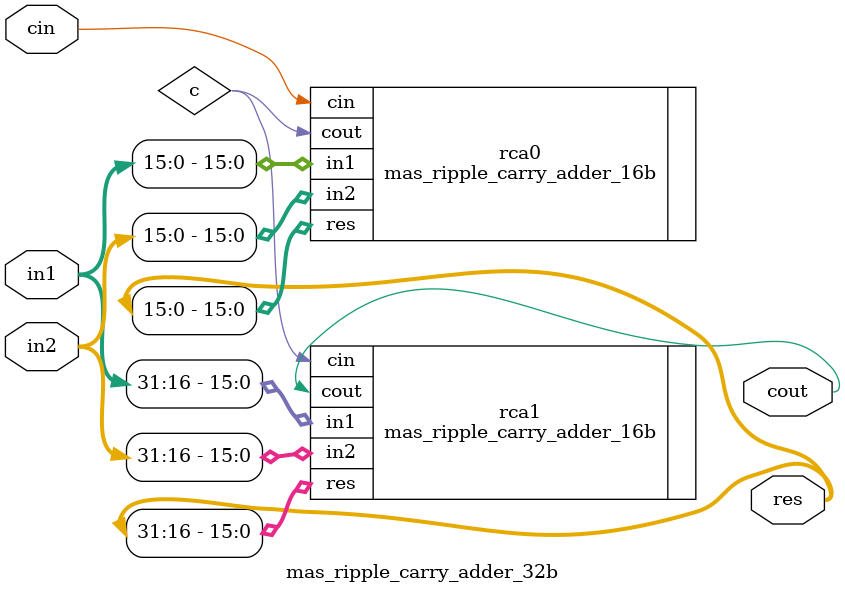
<source format=sv>

module mas_ripple_carry_adder_32b (
  input  [31:0] in1,
  input  [31:0] in2,
  input        cin,
  output       cout,
  output [31:0] res
);

wire        c  ;

mas_ripple_carry_adder_16b 
rca0 
(
.in1(in1[15:0]), 
.in2(in2[15:0]), 
.cin(cin), 
.cout(c), 
.res(res[15:0])
);

mas_ripple_carry_adder_16b 
rca1 
(
.in1(in1[31:16]), 
.in2(in2[31:16]), 
.cin(c), 
.cout(cout), 
.res(res[31:16])
);

endmodule



</source>
